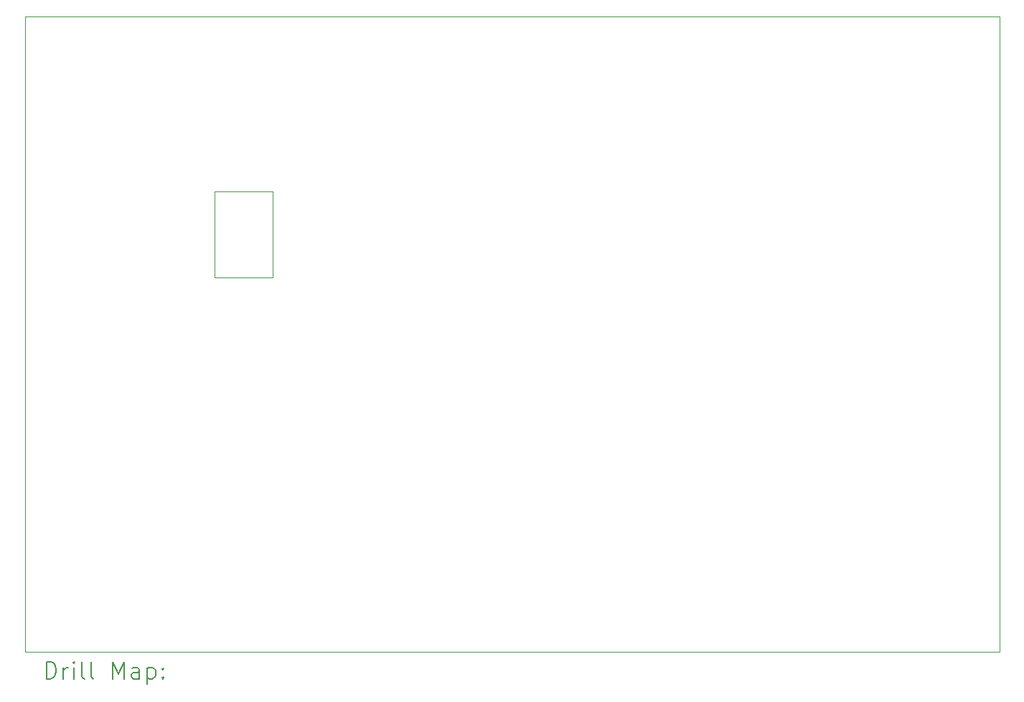
<source format=gbr>
%TF.GenerationSoftware,KiCad,Pcbnew,8.0.5*%
%TF.CreationDate,2024-10-08T21:35:42-05:00*%
%TF.ProjectId,Arduino Shield,41726475-696e-46f2-9053-6869656c642e,rev?*%
%TF.SameCoordinates,Original*%
%TF.FileFunction,Drillmap*%
%TF.FilePolarity,Positive*%
%FSLAX45Y45*%
G04 Gerber Fmt 4.5, Leading zero omitted, Abs format (unit mm)*
G04 Created by KiCad (PCBNEW 8.0.5) date 2024-10-08 21:35:42*
%MOMM*%
%LPD*%
G01*
G04 APERTURE LIST*
%ADD10C,0.100000*%
%ADD11C,0.200000*%
G04 APERTURE END LIST*
D10*
X4241800Y-4064000D02*
X4927600Y-4064000D01*
X4927600Y-5080000D01*
X4241800Y-5080000D01*
X4241800Y-4064000D01*
X2000000Y-2000000D02*
X13500000Y-2000000D01*
X13500000Y-9500000D01*
X2000000Y-9500000D01*
X2000000Y-2000000D01*
D11*
X2255777Y-9816484D02*
X2255777Y-9616484D01*
X2255777Y-9616484D02*
X2303396Y-9616484D01*
X2303396Y-9616484D02*
X2331967Y-9626008D01*
X2331967Y-9626008D02*
X2351015Y-9645055D01*
X2351015Y-9645055D02*
X2360539Y-9664103D01*
X2360539Y-9664103D02*
X2370063Y-9702198D01*
X2370063Y-9702198D02*
X2370063Y-9730770D01*
X2370063Y-9730770D02*
X2360539Y-9768865D01*
X2360539Y-9768865D02*
X2351015Y-9787912D01*
X2351015Y-9787912D02*
X2331967Y-9806960D01*
X2331967Y-9806960D02*
X2303396Y-9816484D01*
X2303396Y-9816484D02*
X2255777Y-9816484D01*
X2455777Y-9816484D02*
X2455777Y-9683150D01*
X2455777Y-9721246D02*
X2465301Y-9702198D01*
X2465301Y-9702198D02*
X2474824Y-9692674D01*
X2474824Y-9692674D02*
X2493872Y-9683150D01*
X2493872Y-9683150D02*
X2512920Y-9683150D01*
X2579586Y-9816484D02*
X2579586Y-9683150D01*
X2579586Y-9616484D02*
X2570063Y-9626008D01*
X2570063Y-9626008D02*
X2579586Y-9635531D01*
X2579586Y-9635531D02*
X2589110Y-9626008D01*
X2589110Y-9626008D02*
X2579586Y-9616484D01*
X2579586Y-9616484D02*
X2579586Y-9635531D01*
X2703396Y-9816484D02*
X2684348Y-9806960D01*
X2684348Y-9806960D02*
X2674824Y-9787912D01*
X2674824Y-9787912D02*
X2674824Y-9616484D01*
X2808158Y-9816484D02*
X2789110Y-9806960D01*
X2789110Y-9806960D02*
X2779586Y-9787912D01*
X2779586Y-9787912D02*
X2779586Y-9616484D01*
X3036729Y-9816484D02*
X3036729Y-9616484D01*
X3036729Y-9616484D02*
X3103396Y-9759341D01*
X3103396Y-9759341D02*
X3170062Y-9616484D01*
X3170062Y-9616484D02*
X3170062Y-9816484D01*
X3351015Y-9816484D02*
X3351015Y-9711722D01*
X3351015Y-9711722D02*
X3341491Y-9692674D01*
X3341491Y-9692674D02*
X3322443Y-9683150D01*
X3322443Y-9683150D02*
X3284348Y-9683150D01*
X3284348Y-9683150D02*
X3265301Y-9692674D01*
X3351015Y-9806960D02*
X3331967Y-9816484D01*
X3331967Y-9816484D02*
X3284348Y-9816484D01*
X3284348Y-9816484D02*
X3265301Y-9806960D01*
X3265301Y-9806960D02*
X3255777Y-9787912D01*
X3255777Y-9787912D02*
X3255777Y-9768865D01*
X3255777Y-9768865D02*
X3265301Y-9749817D01*
X3265301Y-9749817D02*
X3284348Y-9740293D01*
X3284348Y-9740293D02*
X3331967Y-9740293D01*
X3331967Y-9740293D02*
X3351015Y-9730770D01*
X3446253Y-9683150D02*
X3446253Y-9883150D01*
X3446253Y-9692674D02*
X3465301Y-9683150D01*
X3465301Y-9683150D02*
X3503396Y-9683150D01*
X3503396Y-9683150D02*
X3522443Y-9692674D01*
X3522443Y-9692674D02*
X3531967Y-9702198D01*
X3531967Y-9702198D02*
X3541491Y-9721246D01*
X3541491Y-9721246D02*
X3541491Y-9778389D01*
X3541491Y-9778389D02*
X3531967Y-9797436D01*
X3531967Y-9797436D02*
X3522443Y-9806960D01*
X3522443Y-9806960D02*
X3503396Y-9816484D01*
X3503396Y-9816484D02*
X3465301Y-9816484D01*
X3465301Y-9816484D02*
X3446253Y-9806960D01*
X3627205Y-9797436D02*
X3636729Y-9806960D01*
X3636729Y-9806960D02*
X3627205Y-9816484D01*
X3627205Y-9816484D02*
X3617682Y-9806960D01*
X3617682Y-9806960D02*
X3627205Y-9797436D01*
X3627205Y-9797436D02*
X3627205Y-9816484D01*
X3627205Y-9692674D02*
X3636729Y-9702198D01*
X3636729Y-9702198D02*
X3627205Y-9711722D01*
X3627205Y-9711722D02*
X3617682Y-9702198D01*
X3617682Y-9702198D02*
X3627205Y-9692674D01*
X3627205Y-9692674D02*
X3627205Y-9711722D01*
M02*

</source>
